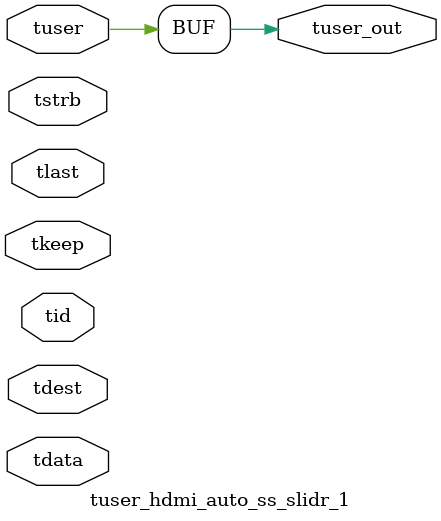
<source format=v>


`timescale 1ps/1ps

module tuser_hdmi_auto_ss_slidr_1 #
(
parameter C_S_AXIS_TUSER_WIDTH = 1,
parameter C_S_AXIS_TDATA_WIDTH = 32,
parameter C_S_AXIS_TID_WIDTH   = 0,
parameter C_S_AXIS_TDEST_WIDTH = 0,
parameter C_M_AXIS_TUSER_WIDTH = 1
)
(
input  [(C_S_AXIS_TUSER_WIDTH == 0 ? 1 : C_S_AXIS_TUSER_WIDTH)-1:0     ] tuser,
input  [(C_S_AXIS_TDATA_WIDTH == 0 ? 1 : C_S_AXIS_TDATA_WIDTH)-1:0     ] tdata,
input  [(C_S_AXIS_TID_WIDTH   == 0 ? 1 : C_S_AXIS_TID_WIDTH)-1:0       ] tid,
input  [(C_S_AXIS_TDEST_WIDTH == 0 ? 1 : C_S_AXIS_TDEST_WIDTH)-1:0     ] tdest,
input  [(C_S_AXIS_TDATA_WIDTH/8)-1:0 ] tkeep,
input  [(C_S_AXIS_TDATA_WIDTH/8)-1:0 ] tstrb,
input                                                                    tlast,
output [C_M_AXIS_TUSER_WIDTH-1:0] tuser_out
);

assign tuser_out = {tuser[0:0]};

endmodule


</source>
